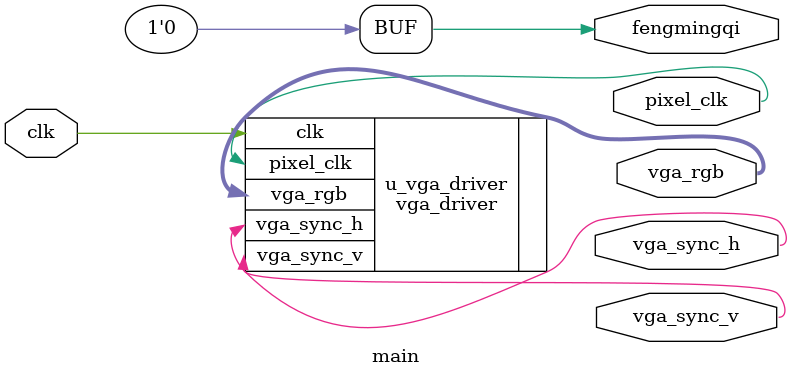
<source format=v>
module main (
    input   wire        clk,        // system clock 50MHz
    output  wire        pixel_clk,  // pixel clock 25MHz
    
    output  wire        vga_sync_h, // vga horizontal sync signal        
    output  wire        vga_sync_v, // vga vertical sync signal
    
    output  wire [5:0]  vga_rgb,    // vga color data {2'd{red}, 2'd{green}, 2'd{blue}}

    output  reg         fengmingqi  // buzzer(beep) signal
);
    
    initial begin
        fengmingqi = 1'b0;  // turn off the buzzer(beep)
    end

    vga_driver u_vga_driver(
        .clk            (   clk           ),
        .pixel_clk      (   pixel_clk     ),

        .vga_sync_h     (   vga_sync_h    ),
        .vga_sync_v     (   vga_sync_v    ),

        .vga_rgb        (   vga_rgb       )   
    );

endmodule
</source>
